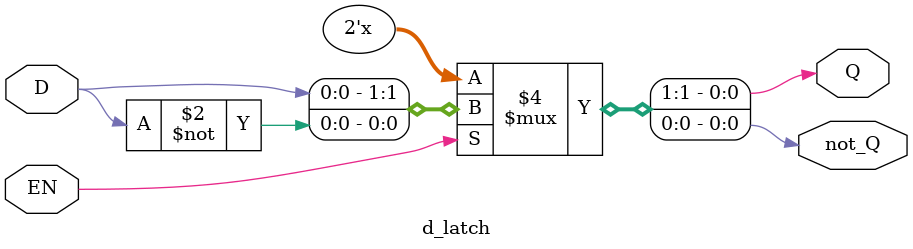
<source format=sv>

module d_latch(EN, D, Q, not_Q);
    input EN, D;
    output reg Q, not_Q;

    always @(EN or D) begin
        if (EN) begin
            {Q, not_Q} <= {D, ~D};
        end
        else begin
            {Q, not_Q} <= {Q, not_Q};
        end
    end 
endmodule

</source>
